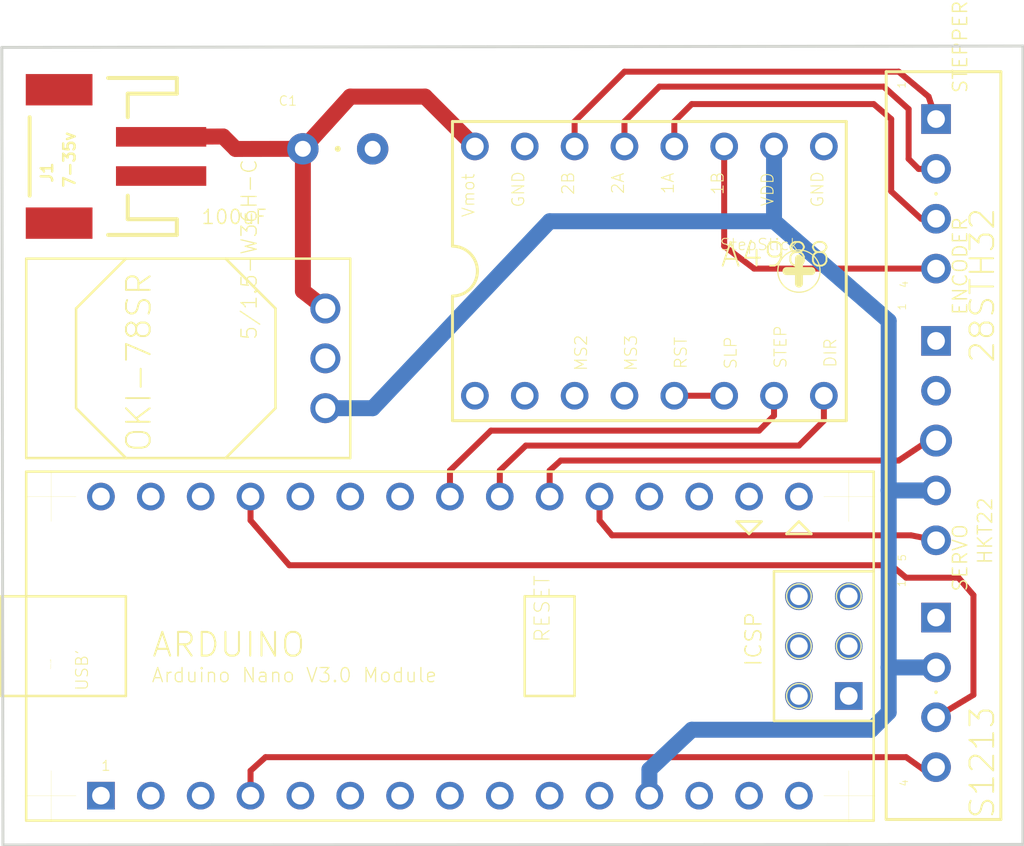
<source format=kicad_pcb>
(kicad_pcb (version 20170123) (host pcbnew "(2017-01-27 revision d0c46a8)-master")

  (general
    (links 25)
    (no_connects 7)
    (area 122.4154 84.576038 174.586799 125.431162)
    (thickness 1.6)
    (drawings 8)
    (tracks 80)
    (zones 0)
    (modules 8)
    (nets 16)
  )

  (page A4)
  (layers
    (0 Top signal)
    (31 Bottom signal)
    (32 B.Adhes user)
    (33 F.Adhes user)
    (34 B.Paste user)
    (35 F.Paste user)
    (36 B.SilkS user)
    (37 F.SilkS user)
    (38 B.Mask user)
    (39 F.Mask user)
    (40 Dwgs.User user)
    (41 Cmts.User user)
    (42 Eco1.User user)
    (43 Eco2.User user)
    (44 Edge.Cuts user)
    (45 Margin user)
    (46 B.CrtYd user)
    (47 F.CrtYd user)
    (48 B.Fab user)
    (49 F.Fab user)
  )

  (setup
    (last_trace_width 0.25)
    (trace_clearance 0.2)
    (zone_clearance 0.508)
    (zone_45_only no)
    (trace_min 0.2)
    (segment_width 0.2)
    (edge_width 0.15)
    (via_size 0.8)
    (via_drill 0.4)
    (via_min_size 0.4)
    (via_min_drill 0.3)
    (uvia_size 0.3)
    (uvia_drill 0.1)
    (uvias_allowed no)
    (uvia_min_size 0.2)
    (uvia_min_drill 0.1)
    (pcb_text_width 0.3)
    (pcb_text_size 1.5 1.5)
    (mod_edge_width 0.15)
    (mod_text_size 1 1)
    (mod_text_width 0.15)
    (pad_size 1.524 1.524)
    (pad_drill 0.762)
    (pad_to_mask_clearance 0.2)
    (aux_axis_origin 0 0)
    (visible_elements FFFFEF7F)
    (pcbplotparams
      (layerselection 0x00030_ffffffff)
      (usegerberextensions false)
      (excludeedgelayer true)
      (linewidth 0.100000)
      (plotframeref false)
      (viasonmask false)
      (mode 1)
      (useauxorigin false)
      (hpglpennumber 1)
      (hpglpenspeed 20)
      (hpglpendiameter 15)
      (psnegative false)
      (psa4output false)
      (plotreference true)
      (plotvalue true)
      (plotinvisibletext false)
      (padsonsilk false)
      (subtractmaskfromsilk false)
      (outputformat 1)
      (mirror false)
      (drillshape 1)
      (scaleselection 1)
      (outputdirectory ""))
  )

  (net 0 "")
  (net 1 2B_BLU)
  (net 2 1B_GRN)
  (net 3 GND)
  (net 4 2A_RED)
  (net 5 1A_BLK)
  (net 6 D9_SERVO)
  (net 7 D2_CH_A_WHITE)
  (net 8 D3_CH_B_BROWN)
  (net 9 VIN)
  (net 10 FEEDBACK)
  (net 11 +5V)
  (net 12 VCC)
  (net 13 N$2)
  (net 14 N$3)
  (net 15 N$1)

  (net_class Default "This is the default net class."
    (clearance 0.2)
    (trace_width 0.25)
    (via_dia 0.8)
    (via_drill 0.4)
    (uvia_dia 0.3)
    (uvia_drill 0.1)
    (add_net +5V)
    (add_net 1A_BLK)
    (add_net 1B_GRN)
    (add_net 2A_RED)
    (add_net 2B_BLU)
    (add_net D2_CH_A_WHITE)
    (add_net D3_CH_B_BROWN)
    (add_net D9_SERVO)
    (add_net FEEDBACK)
    (add_net GND)
    (add_net N$1)
    (add_net N$2)
    (add_net N$3)
    (add_net VCC)
    (add_net VIN)
  )

  (module ComboBreaker:A4988BREAKOUT (layer Top) (tedit 200000) (tstamp 58C5E6ED)
    (at 156.751798 96.117942 90)
    (fp_text reference A4988 (at 0.127 2.286) (layer F.SilkS)
      (effects (font (size 1.2065 1.2065) (thickness 0.09652)) (justify left bottom))
    )
    (fp_text value StepStick (at 1.016 2.286) (layer F.SilkS)
      (effects (font (size 0.57912 0.57912) (thickness 0.046329)) (justify left bottom))
    )
    (fp_text user SLP (at -4.1656 2.8702 90) (layer F.SilkS)
      (effects (font (size 0.6096 0.6096) (thickness 0.0508)))
    )
    (fp_text user GND (at 4.1656 7.2898 270) (layer F.SilkS)
      (effects (font (size 0.6096 0.6096) (thickness 0.0508)))
    )
    (fp_text user VDD (at 4.1656 4.7498 270) (layer F.SilkS)
      (effects (font (size 0.6096 0.6096) (thickness 0.0508)))
    )
    (fp_text user 1B (at 4.4704 2.20726 270) (layer F.SilkS)
      (effects (font (size 0.6096 0.6096) (thickness 0.0508)))
    )
    (fp_text user 1A (at 4.4704 -0.3302 270) (layer F.SilkS)
      (effects (font (size 0.6096 0.6096) (thickness 0.0508)))
    )
    (fp_text user 2A (at 4.4704 -2.8702 270) (layer F.SilkS)
      (effects (font (size 0.6096 0.6096) (thickness 0.0508)))
    )
    (fp_text user 2B (at 4.4704 -5.4102 270) (layer F.SilkS)
      (effects (font (size 0.6096 0.6096) (thickness 0.0508)))
    )
    (fp_text user GND (at 4.1656 -7.9502 270) (layer F.SilkS)
      (effects (font (size 0.6096 0.6096) (thickness 0.0508)))
    )
    (fp_text user Vmot (at 3.8608 -10.4902 270) (layer F.SilkS)
      (effects (font (size 0.6096 0.6096) (thickness 0.0508)))
    )
    (fp_text user DIR (at -4.1656 7.9502 90) (layer F.SilkS)
      (effects (font (size 0.6096 0.6096) (thickness 0.0508)))
    )
    (fp_text user STEP (at -3.8608 5.4102 90) (layer F.SilkS)
      (effects (font (size 0.6096 0.6096) (thickness 0.0508)))
    )
    (fp_text user RST (at -4.1656 0.3302 90) (layer F.SilkS)
      (effects (font (size 0.6096 0.6096) (thickness 0.0508)))
    )
    (fp_text user MS3 (at -4.1656 -2.20726 90) (layer F.SilkS)
      (effects (font (size 0.6096 0.6096) (thickness 0.0508)))
    )
    (fp_text user MS2 (at -4.1656 -4.7498 90) (layer F.SilkS)
      (effects (font (size 0.6096 0.6096) (thickness 0.0508)))
    )
    (fp_arc (start 0 -11.303) (end 1.27 -11.303) (angle 180) (layer F.SilkS) (width 0.1524))
    (fp_circle (center 0 6.35) (end -0.762 7.112) (layer F.SilkS) (width 0.0635))
    (fp_line (start -0.635 6.35) (end 0.635 6.35) (layer F.SilkS) (width 0.4064))
    (fp_line (start 0 5.715) (end 0 6.985) (layer F.SilkS) (width 0.4064))
    (fp_line (start -7.62 -11.303) (end -7.62 8.76046) (layer F.SilkS) (width 0.1524))
    (fp_line (start 7.62 -11.303) (end 7.62 8.76046) (layer F.SilkS) (width 0.1524))
    (fp_line (start 7.62 -11.303) (end 1.27 -11.303) (layer F.SilkS) (width 0.1524))
    (fp_line (start -7.62 8.76046) (end 7.62 8.76046) (layer F.SilkS) (width 0.1524))
    (fp_line (start -1.27 -11.303) (end -7.62 -11.303) (layer F.SilkS) (width 0.1524))
    (pad VMOT thru_hole circle (at 6.35 -10.16 90) (size 1.40716 1.40716) (drill 0.89916) (layers *.Cu *.Paste *.Mask)
      (net 12 VCC))
    (pad VDD thru_hole circle (at 6.35 5.08 90) (size 1.40716 1.40716) (drill 0.89916) (layers *.Cu *.Paste *.Mask)
      (net 11 +5V))
    (pad STEP thru_hole circle (at -6.35 5.08 90) (size 1.40716 1.40716) (drill 0.89916) (layers *.Cu *.Paste *.Mask)
      (net 14 N$3))
    (pad SLP thru_hole circle (at -6.35 2.54 90) (size 1.40716 1.40716) (drill 0.89916) (layers *.Cu *.Paste *.Mask)
      (net 15 N$1))
    (pad RST thru_hole circle (at -6.35 0 90) (size 1.40716 1.40716) (drill 0.89916) (layers *.Cu *.Paste *.Mask)
      (net 15 N$1))
    (pad MS3 thru_hole circle (at -6.35 -2.54 90) (size 1.40716 1.40716) (drill 0.89916) (layers *.Cu *.Paste *.Mask))
    (pad MS2 thru_hole circle (at -6.35 -5.08 90) (size 1.40716 1.40716) (drill 0.89916) (layers *.Cu *.Paste *.Mask))
    (pad MS1 thru_hole circle (at -6.35 -7.62 90) (size 1.40716 1.40716) (drill 0.89916) (layers *.Cu *.Paste *.Mask))
    (pad GND@ thru_hole circle (at 6.35 -7.62 90) (size 1.40716 1.40716) (drill 0.89916) (layers *.Cu *.Paste *.Mask))
    (pad GND thru_hole circle (at 6.35 7.62 90) (size 1.40716 1.40716) (drill 0.89916) (layers *.Cu *.Paste *.Mask)
      (net 3 GND))
    (pad EN thru_hole circle (at -6.35 -10.16 90) (size 1.40716 1.40716) (drill 0.89916) (layers *.Cu *.Paste *.Mask))
    (pad DIR thru_hole circle (at -6.35 7.62 90) (size 1.40716 1.40716) (drill 0.89916) (layers *.Cu *.Paste *.Mask)
      (net 13 N$2))
    (pad 2B thru_hole circle (at 6.35 -5.08 90) (size 1.40716 1.40716) (drill 0.89916) (layers *.Cu *.Paste *.Mask)
      (net 1 2B_BLU))
    (pad 2A thru_hole circle (at 6.35 -2.54 90) (size 1.40716 1.40716) (drill 0.89916) (layers *.Cu *.Paste *.Mask)
      (net 4 2A_RED))
    (pad 1B thru_hole circle (at 6.35 2.54 90) (size 1.40716 1.40716) (drill 0.89916) (layers *.Cu *.Paste *.Mask)
      (net 5 1A_BLK))
    (pad 1A thru_hole circle (at 6.35 0 90) (size 1.40716 1.40716) (drill 0.89916) (layers *.Cu *.Paste *.Mask)
      (net 2 1B_GRN))
  )

  (module ComboBreaker:OKI-78SRH (layer Top) (tedit 58C5F0BB) (tstamp 58C5E6CB)
    (at 128.811798 100.562942 90)
    (descr OKI-78SR-3.3/1.5W36H)
    (tags OKI-78SR-3.3/1.5W36H)
    (attr virtual)
    (fp_text reference OKI-78SR (at -4.847058 1.363202 90) (layer F.SilkS)
      (effects (font (size 1.2065 1.2065) (thickness 0.09652)) (justify left bottom))
    )
    (fp_text value 5/1.5-W36H-C (at 0.889 6.731 90) (layer F.SilkS)
      (effects (font (size 0.77216 0.77216) (thickness 0.061772)) (justify left bottom))
    )
    (fp_line (start -2.54 7.62) (end -5.08 5.08) (layer Dwgs.User) (width 0.127))
    (fp_line (start 2.54 7.62) (end -2.54 7.62) (layer Dwgs.User) (width 0.127))
    (fp_line (start 5.08 5.08) (end 2.54 7.62) (layer Dwgs.User) (width 0.127))
    (fp_line (start 2.54 -2.54) (end 5.08 0) (layer Dwgs.User) (width 0.127))
    (fp_line (start -2.54 -2.54) (end 2.54 -2.54) (layer Dwgs.User) (width 0.127))
    (fp_line (start -5.08 0) (end -2.54 -2.54) (layer Dwgs.User) (width 0.127))
    (fp_line (start -5.08 5.08) (end -5.08 11.43) (layer Dwgs.User) (width 0.127))
    (fp_line (start -5.08 0) (end -5.08 5.08) (layer Dwgs.User) (width 0.127))
    (fp_line (start -5.08 -5.08) (end -5.08 0) (layer Dwgs.User) (width 0.127))
    (fp_line (start 5.08 -5.08) (end -5.08 -5.08) (layer Dwgs.User) (width 0.127))
    (fp_line (start 5.08 0) (end 5.08 -5.08) (layer Dwgs.User) (width 0.127))
    (fp_line (start 5.08 5.08) (end 5.08 0) (layer Dwgs.User) (width 0.127))
    (fp_line (start 5.08 11.43) (end 5.08 5.08) (layer Dwgs.User) (width 0.127))
    (fp_line (start -5.08 11.43) (end 5.08 11.43) (layer Dwgs.User) (width 0.127))
    (fp_line (start -5.08 5.08) (end -5.08 0) (layer F.SilkS) (width 0.127))
    (fp_line (start -2.54 7.62) (end -5.08 5.08) (layer F.SilkS) (width 0.127))
    (fp_line (start 2.54 7.62) (end -2.54 7.62) (layer F.SilkS) (width 0.127))
    (fp_line (start 5.08 5.08) (end 2.54 7.62) (layer F.SilkS) (width 0.127))
    (fp_line (start 2.54 -2.54) (end 5.08 0) (layer F.SilkS) (width 0.127))
    (fp_line (start -2.54 -2.54) (end 2.54 -2.54) (layer F.SilkS) (width 0.127))
    (fp_line (start -5.08 0) (end -2.54 -2.54) (layer F.SilkS) (width 0.127))
    (fp_line (start 5.08 5.08) (end 5.08 11.43) (layer F.SilkS) (width 0.127))
    (fp_line (start 5.08 0) (end 5.08 5.08) (layer F.SilkS) (width 0.127))
    (fp_line (start 5.08 -5.08) (end 5.08 0) (layer F.SilkS) (width 0.127))
    (fp_line (start -5.08 -5.08) (end 5.08 -5.08) (layer F.SilkS) (width 0.127))
    (fp_line (start -5.08 0) (end -5.08 -5.08) (layer F.SilkS) (width 0.127))
    (fp_line (start -5.08 11.43) (end -5.08 5.08) (layer F.SilkS) (width 0.127))
    (fp_line (start 5.08 11.43) (end -5.08 11.43) (layer F.SilkS) (width 0.127))
    (pad 3 thru_hole circle (at -2.54 10.16 90) (size 1.524 1.524) (drill 1.016) (layers *.Cu *.Paste *.Mask)
      (net 11 +5V))
    (pad 2 thru_hole circle (at 0 10.16 90) (size 1.524 1.524) (drill 1.016) (layers *.Cu *.Paste *.Mask)
      (net 3 GND))
    (pad 1 thru_hole circle (at 2.54 10.16 90) (size 1.524 1.524) (drill 1.016) (layers *.Cu *.Paste *.Mask)
      (net 12 VCC))
  )

  (module ComboBreaker:ARDUINO_NANO (layer Top) (tedit 200000) (tstamp 58C5E667)
    (at 141.509514 115.22527)
    (descr "ARDUINO NANO V3.0 MODULE")
    (tags "ARDUINO NANO V3.0 MODULE")
    (attr virtual)
    (fp_text reference ARDUINO (at -11.43 0.635) (layer F.SilkS)
      (effects (font (size 1.2065 1.2065) (thickness 0.1016)) (justify left bottom))
    )
    (fp_text value "Arduino Nano V3.0 Module" (at -11.43 1.905) (layer F.SilkS)
      (effects (font (size 0.7239 0.7239) (thickness 0.06096)) (justify left bottom))
    )
    (fp_text user "Thanks you!!!'" (at -16.5354 0.9144 90) (layer F.SilkS)
      (effects (font (size 0.0508 0.0508) (thickness 0.000001)))
    )
    (fp_text user ICSP (at 19.2786 -0.3556 90) (layer F.SilkS)
      (effects (font (size 0.8128 0.8128) (thickness 0.0762)))
    )
    (fp_text user USB' (at -14.9352 1.2192 270) (layer F.SilkS)
      (effects (font (size 0.6096 0.6096) (thickness 0.0508)))
    )
    (fp_text user 1 (at -13.716 6.096) (layer F.SilkS)
      (effects (font (size 0.508 0.508) (thickness 0.0508)))
    )
    (fp_text user RESET (at 8.509 -1.905 90) (layer F.SilkS)
      (effects (font (size 0.762 0.762) (thickness 0.0508)))
    )
    (fp_circle (center 24.13 -2.54) (end 24.5745 -2.9845) (layer F.SilkS) (width 0.0635))
    (fp_circle (center 21.59 2.54) (end 22.0345 2.9845) (layer F.SilkS) (width 0.0635))
    (fp_circle (center 21.59 0) (end 22.0345 0.4445) (layer F.SilkS) (width 0.0635))
    (fp_circle (center 24.13 0) (end 24.5745 0.4445) (layer F.SilkS) (width 0.0635))
    (fp_circle (center 21.59 -2.54) (end 22.0345 -2.9845) (layer F.SilkS) (width 0.0635))
    (fp_line (start 18.415 -6.35) (end 19.05 -5.715) (layer F.SilkS) (width 0.127))
    (fp_line (start 19.685 -6.35) (end 18.415 -6.35) (layer F.SilkS) (width 0.127))
    (fp_line (start 19.05 -5.715) (end 19.685 -6.35) (layer F.SilkS) (width 0.127))
    (fp_line (start 22.225 -5.715) (end 21.59 -6.35) (layer F.SilkS) (width 0.127))
    (fp_line (start 20.955 -5.715) (end 22.225 -5.715) (layer F.SilkS) (width 0.127))
    (fp_line (start 21.59 -6.35) (end 20.955 -5.715) (layer F.SilkS) (width 0.127))
    (fp_line (start 7.62 -2.54) (end 7.62 2.54) (layer F.SilkS) (width 0.127))
    (fp_line (start 10.16 -2.54) (end 7.62 -2.54) (layer F.SilkS) (width 0.127))
    (fp_line (start 10.16 2.54) (end 10.16 -2.54) (layer F.SilkS) (width 0.127))
    (fp_line (start 7.62 2.54) (end 10.16 2.54) (layer F.SilkS) (width 0.127))
    (fp_line (start 22.86 -7.62) (end 25.4 -7.62) (layer F.SilkS) (width 0.01524))
    (fp_line (start 24.13 -6.35) (end 24.13 -8.89) (layer F.SilkS) (width 0.01524))
    (fp_line (start 22.86 7.62) (end 25.4 7.62) (layer F.SilkS) (width 0.01524))
    (fp_line (start 24.13 8.89) (end 24.13 6.35) (layer F.SilkS) (width 0.01524))
    (fp_line (start -16.51 6.35) (end -16.51 8.89) (layer F.SilkS) (width 0.01524))
    (fp_line (start -17.78 7.62) (end -15.24 7.62) (layer F.SilkS) (width 0.01524))
    (fp_line (start -16.51 -8.89) (end -16.51 -6.35) (layer F.SilkS) (width 0.01524))
    (fp_line (start -17.78 -7.62) (end -15.24 -7.62) (layer F.SilkS) (width 0.01524))
    (fp_line (start 20.32 3.81) (end 25.4 3.81) (layer F.SilkS) (width 0.127))
    (fp_line (start 20.32 -3.81) (end 20.32 3.81) (layer F.SilkS) (width 0.127))
    (fp_line (start 25.4 -3.81) (end 20.32 -3.81) (layer F.SilkS) (width 0.127))
    (fp_line (start -12.7 2.54) (end -19.05 2.54) (layer F.SilkS) (width 0.127))
    (fp_line (start -12.7 -2.54) (end -17.78 -2.54) (layer F.SilkS) (width 0.127))
    (fp_line (start -12.7 2.54) (end -12.7 -2.54) (layer F.SilkS) (width 0.127))
    (fp_line (start -19.05 -2.54) (end -19.05 2.54) (layer F.SilkS) (width 0.127))
    (fp_line (start -17.78 -2.54) (end -19.05 -2.54) (layer F.SilkS) (width 0.127))
    (fp_line (start -17.78 -7.62) (end -17.78 -8.89) (layer F.SilkS) (width 0.127))
    (fp_line (start -17.78 -2.54) (end -17.78 -7.62) (layer F.SilkS) (width 0.127))
    (fp_line (start -17.78 7.62) (end -17.78 -2.54) (layer F.SilkS) (width 0.127))
    (fp_line (start -17.78 8.89) (end -17.78 7.62) (layer F.SilkS) (width 0.127))
    (fp_line (start -16.51 8.89) (end -17.78 8.89) (layer F.SilkS) (width 0.127))
    (fp_line (start 24.13 8.89) (end -16.51 8.89) (layer F.SilkS) (width 0.127))
    (fp_line (start 25.4 8.89) (end 24.13 8.89) (layer F.SilkS) (width 0.127))
    (fp_line (start 25.4 7.62) (end 25.4 8.89) (layer F.SilkS) (width 0.127))
    (fp_line (start 25.4 3.81) (end 25.4 7.62) (layer F.SilkS) (width 0.127))
    (fp_line (start 25.4 -3.81) (end 25.4 3.81) (layer F.SilkS) (width 0.127))
    (fp_line (start 25.4 -7.62) (end 25.4 -3.81) (layer F.SilkS) (width 0.127))
    (fp_line (start 25.4 -8.89) (end 25.4 -7.62) (layer F.SilkS) (width 0.127))
    (fp_line (start 24.13 -8.89) (end 25.4 -8.89) (layer F.SilkS) (width 0.127))
    (fp_line (start -16.51 -8.89) (end 24.13 -8.89) (layer F.SilkS) (width 0.127))
    (fp_line (start -17.78 -8.89) (end -16.51 -8.89) (layer F.SilkS) (width 0.127))
    (pad 36 thru_hole rect (at 24.13 2.54) (size 1.40716 1.40716) (drill 0.89916) (layers *.Cu *.Paste *.Mask))
    (pad 35 thru_hole circle (at 24.13 0) (size 1.40716 1.40716) (drill 0.89916) (layers *.Cu *.Paste *.Mask))
    (pad 34 thru_hole circle (at 24.13 -2.54) (size 1.40716 1.40716) (drill 0.89916) (layers *.Cu *.Paste *.Mask))
    (pad 33 thru_hole circle (at 21.59 -2.54) (size 1.40716 1.40716) (drill 0.89916) (layers *.Cu *.Paste *.Mask))
    (pad 32 thru_hole circle (at 21.59 0) (size 1.40716 1.40716) (drill 0.89916) (layers *.Cu *.Paste *.Mask))
    (pad 31 thru_hole circle (at 21.59 2.54) (size 1.40716 1.40716) (drill 0.89916) (layers *.Cu *.Paste *.Mask))
    (pad 30 thru_hole circle (at -13.97 -7.62) (size 1.40716 1.40716) (drill 0.89916) (layers *.Cu *.Paste *.Mask))
    (pad 29 thru_hole circle (at -11.43 -7.62) (size 1.40716 1.40716) (drill 0.89916) (layers *.Cu *.Paste *.Mask))
    (pad 28 thru_hole circle (at -8.89 -7.62) (size 1.40716 1.40716) (drill 0.89916) (layers *.Cu *.Paste *.Mask))
    (pad 27 thru_hole circle (at -6.35 -7.62) (size 1.40716 1.40716) (drill 0.89916) (layers *.Cu *.Paste *.Mask)
      (net 6 D9_SERVO))
    (pad 26 thru_hole circle (at -3.81 -7.62) (size 1.40716 1.40716) (drill 0.89916) (layers *.Cu *.Paste *.Mask))
    (pad 25 thru_hole circle (at -1.27 -7.62) (size 1.40716 1.40716) (drill 0.89916) (layers *.Cu *.Paste *.Mask))
    (pad 24 thru_hole circle (at 1.27 -7.62) (size 1.40716 1.40716) (drill 0.89916) (layers *.Cu *.Paste *.Mask))
    (pad 23 thru_hole circle (at 3.81 -7.62) (size 1.40716 1.40716) (drill 0.89916) (layers *.Cu *.Paste *.Mask)
      (net 14 N$3))
    (pad 22 thru_hole circle (at 6.35 -7.62) (size 1.40716 1.40716) (drill 0.89916) (layers *.Cu *.Paste *.Mask)
      (net 13 N$2))
    (pad 21 thru_hole circle (at 8.89 -7.62) (size 1.40716 1.40716) (drill 0.89916) (layers *.Cu *.Paste *.Mask)
      (net 8 D3_CH_B_BROWN))
    (pad 20 thru_hole circle (at 11.43 -7.62) (size 1.40716 1.40716) (drill 0.89916) (layers *.Cu *.Paste *.Mask)
      (net 7 D2_CH_A_WHITE))
    (pad 19 thru_hole circle (at 13.97 -7.62) (size 1.40716 1.40716) (drill 0.89916) (layers *.Cu *.Paste *.Mask)
      (net 3 GND))
    (pad 18 thru_hole circle (at 16.51 -7.62) (size 1.40716 1.40716) (drill 0.89916) (layers *.Cu *.Paste *.Mask))
    (pad 17 thru_hole circle (at 19.05 -7.62) (size 1.40716 1.40716) (drill 0.89916) (layers *.Cu *.Paste *.Mask))
    (pad 16 thru_hole circle (at 21.59 -7.62) (size 1.40716 1.40716) (drill 0.89916) (layers *.Cu *.Paste *.Mask))
    (pad 15 thru_hole circle (at 21.59 7.62) (size 1.40716 1.40716) (drill 0.89916) (layers *.Cu *.Paste *.Mask)
      (net 9 VIN))
    (pad 14 thru_hole circle (at 19.05 7.62) (size 1.40716 1.40716) (drill 0.89916) (layers *.Cu *.Paste *.Mask)
      (net 3 GND))
    (pad 13 thru_hole circle (at 16.51 7.62) (size 1.40716 1.40716) (drill 0.89916) (layers *.Cu *.Paste *.Mask))
    (pad 12 thru_hole circle (at 13.97 7.62) (size 1.40716 1.40716) (drill 0.89916) (layers *.Cu *.Paste *.Mask)
      (net 11 +5V))
    (pad 11 thru_hole circle (at 11.43 7.62) (size 1.40716 1.40716) (drill 0.89916) (layers *.Cu *.Paste *.Mask))
    (pad 10 thru_hole circle (at 8.89 7.62) (size 1.40716 1.40716) (drill 0.89916) (layers *.Cu *.Paste *.Mask))
    (pad 9 thru_hole circle (at 6.35 7.62) (size 1.40716 1.40716) (drill 0.89916) (layers *.Cu *.Paste *.Mask))
    (pad 8 thru_hole circle (at 3.81 7.62) (size 1.40716 1.40716) (drill 0.89916) (layers *.Cu *.Paste *.Mask))
    (pad 7 thru_hole circle (at 1.27 7.62) (size 1.40716 1.40716) (drill 0.89916) (layers *.Cu *.Paste *.Mask))
    (pad 6 thru_hole circle (at -1.27 7.62) (size 1.40716 1.40716) (drill 0.89916) (layers *.Cu *.Paste *.Mask))
    (pad 5 thru_hole circle (at -3.81 7.62) (size 1.40716 1.40716) (drill 0.89916) (layers *.Cu *.Paste *.Mask))
    (pad 4 thru_hole circle (at -6.35 7.62) (size 1.40716 1.40716) (drill 0.89916) (layers *.Cu *.Paste *.Mask)
      (net 10 FEEDBACK))
    (pad 3 thru_hole circle (at -8.89 7.62) (size 1.40716 1.40716) (drill 0.89916) (layers *.Cu *.Paste *.Mask))
    (pad 2 thru_hole circle (at -11.43 7.62) (size 1.40716 1.40716) (drill 0.89916) (layers *.Cu *.Paste *.Mask))
    (pad 1 thru_hole rect (at -13.97 7.62) (size 1.40716 1.40716) (drill 0.89916) (layers *.Cu *.Paste *.Mask))
  )

  (module ComboBreaker:JST-2-SMD (layer Top) (tedit 200000) (tstamp 58C5E719)
    (at 126.906798 90.275942 90)
    (descr "JST-RIGHT ANGLE MALE HEADER SMT")
    (tags "JST-RIGHT ANGLE MALE HEADER SMT")
    (attr smd)
    (fp_text reference J1 (at -1.397 -1.778 90) (layer F.SilkS)
      (effects (font (size 0.57912 0.57912) (thickness 0.12192)) (justify left bottom))
    )
    (fp_text value 7-35v (at -1.651 -0.635 90) (layer F.SilkS)
      (effects (font (size 0.57912 0.57912) (thickness 0.12192)) (justify left bottom))
    )
    (fp_line (start 1.99898 -2.99974) (end -1.99898 -2.99974) (layer F.SilkS) (width 0.2032))
    (fp_line (start 3.99796 4.49834) (end 3.99796 0.99822) (layer F.SilkS) (width 0.2032))
    (fp_line (start 3.19786 4.49834) (end 3.99796 4.49834) (layer F.SilkS) (width 0.2032))
    (fp_line (start 3.19786 1.99898) (end 3.19786 4.49834) (layer F.SilkS) (width 0.2032))
    (fp_line (start 1.99898 1.99898) (end 3.19786 1.99898) (layer F.SilkS) (width 0.2032))
    (fp_line (start -3.19786 1.99898) (end -1.99898 1.99898) (layer F.SilkS) (width 0.2032))
    (fp_line (start -3.19786 4.49834) (end -3.19786 1.99898) (layer F.SilkS) (width 0.2032))
    (fp_line (start -3.99796 4.49834) (end -3.19786 4.49834) (layer F.SilkS) (width 0.2032))
    (fp_line (start -3.99796 0.99822) (end -3.99796 4.49834) (layer F.SilkS) (width 0.2032))
    (pad NC2 smd rect (at 3.39852 -1.4986 180) (size 3.39852 1.59766) (layers Top F.Paste F.Mask))
    (pad NC1 smd rect (at -3.39852 -1.4986 180) (size 3.39852 1.59766) (layers Top F.Paste F.Mask))
    (pad 2 smd rect (at 0.99822 3.69824 90) (size 0.99822 4.59994) (layers Top F.Paste F.Mask)
      (net 12 VCC))
    (pad 1 smd rect (at -0.99822 3.69824 90) (size 0.99822 4.59994) (layers Top F.Paste F.Mask)
      (net 3 GND))
  )

  (module MA04-1 (layer Top) (tedit 0) (tstamp 58C5E5EA)
    (at 170.086798 117.580942 270)
    (descr "<b>PIN HEADER</b>")
    (fp_text reference SERVO (at -5.08 -1.651 90) (layer F.SilkS)
      (effects (font (size 0.7239 0.7239) (thickness 0.07239)) (justify left bottom))
    )
    (fp_text value S1213 (at 0.635 -1.651 90) (layer F.SilkS)
      (effects (font (size 1.2065 1.2065) (thickness 0.09652)) (justify right top))
    )
    (fp_poly (pts (xy 3.556 0.254) (xy 4.064 0.254) (xy 4.064 -0.254) (xy 3.556 -0.254)) (layer F.Fab) (width 0))
    (fp_poly (pts (xy 1.016 0.254) (xy 1.524 0.254) (xy 1.524 -0.254) (xy 1.016 -0.254)) (layer F.Fab) (width 0))
    (fp_poly (pts (xy -4.064 0.254) (xy -3.556 0.254) (xy -3.556 -0.254) (xy -4.064 -0.254)) (layer F.Fab) (width 0))
    (fp_poly (pts (xy -1.524 0.254) (xy -1.016 0.254) (xy -1.016 -0.254) (xy -1.524 -0.254)) (layer F.Fab) (width 0))
    (fp_text user 4 (at 4.826 1.397 270) (layer F.SilkS)
      (effects (font (size 0.38608 0.38608) (thickness 0.04064)) (justify left bottom))
    )
    (fp_text user 1 (at -5.334 1.524 270) (layer F.SilkS)
      (effects (font (size 0.38608 0.38608) (thickness 0.04064)) (justify left bottom))
    )
    (fp_line (start 0 0) (end 0 0) (layer F.SilkS) (width 0.1524))
    (fp_line (start 0 0) (end 0 0) (layer F.SilkS) (width 0.1524))
    (fp_line (start 0 0) (end 0 0) (layer F.SilkS) (width 0.1524))
    (fp_line (start 0 0) (end 0 0) (layer F.SilkS) (width 0.1524))
    (fp_line (start 0 0) (end 0 0) (layer F.SilkS) (width 0.1524))
    (fp_line (start 0 0) (end 0 0) (layer F.SilkS) (width 0.1524))
    (fp_line (start 0 0) (end 0 0) (layer F.SilkS) (width 0.1524))
    (fp_line (start 0 0) (end 0 0) (layer F.SilkS) (width 0.1524))
    (fp_line (start 0 0) (end 0 0) (layer F.SilkS) (width 0.1524))
    (fp_line (start 0 0) (end 0 0) (layer F.SilkS) (width 0.1524))
    (fp_line (start 0 0) (end 0 0) (layer F.SilkS) (width 0.1524))
    (fp_line (start 0 0) (end 0 0) (layer F.SilkS) (width 0.1524))
    (fp_line (start 0 0) (end 0 0) (layer F.SilkS) (width 0.1524))
    (fp_line (start 0 0) (end 0 0) (layer F.SilkS) (width 0.1524))
    (fp_line (start 0 0) (end 0 0) (layer F.SilkS) (width 0.1524))
    (fp_line (start 0 0) (end 0 0) (layer F.SilkS) (width 0.1524))
    (fp_line (start 0 0) (end 0 0) (layer F.SilkS) (width 0.1524))
    (fp_line (start 0 0) (end 0 0) (layer F.SilkS) (width 0.1524))
    (fp_line (start 0 0) (end 0 0) (layer F.SilkS) (width 0.1524))
    (fp_line (start 0 0) (end 0 0) (layer F.SilkS) (width 0.1524))
    (fp_line (start 0 0) (end 0 0) (layer F.SilkS) (width 0.1524))
    (fp_line (start 0 0) (end 0 0) (layer F.SilkS) (width 0.1524))
    (fp_line (start 0 0) (end 0 0) (layer F.SilkS) (width 0.1524))
    (fp_line (start 0 0) (end 0 0) (layer F.SilkS) (width 0.1524))
    (fp_line (start 0 0) (end 0 0) (layer F.SilkS) (width 0.1524))
    (fp_line (start 0 0) (end 0 0) (layer F.SilkS) (width 0.1524))
    (pad 4 thru_hole circle (at 3.81 0) (size 1.5096 1.5096) (drill 0.9) (layers *.Cu *.Mask)
      (net 10 FEEDBACK))
    (pad 3 thru_hole circle (at 1.27 0) (size 1.5096 1.5096) (drill 0.9) (layers *.Cu *.Mask)
      (net 6 D9_SERVO))
    (pad 2 thru_hole circle (at -1.27 0) (size 1.5096 1.5096) (drill 0.9) (layers *.Cu *.Mask)
      (net 11 +5V))
    (pad 1 thru_hole rect (at -3.81 0) (size 1.5096 1.5096) (drill 0.9) (layers *.Cu *.Mask)
      (net 3 GND))
  )

  (module MA04-1 (layer Top) (tedit 0) (tstamp 58C5E611)
    (at 170.086798 92.180942 270)
    (descr "<b>PIN HEADER</b>")
    (fp_text reference STEPPER (at -5.08 -1.651 90) (layer F.SilkS)
      (effects (font (size 0.7239 0.7239) (thickness 0.07239)) (justify left bottom))
    )
    (fp_text value 28STH32 (at 0.635 -1.651 90) (layer F.SilkS)
      (effects (font (size 1.2065 1.2065) (thickness 0.09652)) (justify right top))
    )
    (fp_poly (pts (xy 3.556 0.254) (xy 4.064 0.254) (xy 4.064 -0.254) (xy 3.556 -0.254)) (layer F.Fab) (width 0))
    (fp_poly (pts (xy 1.016 0.254) (xy 1.524 0.254) (xy 1.524 -0.254) (xy 1.016 -0.254)) (layer F.Fab) (width 0))
    (fp_poly (pts (xy -4.064 0.254) (xy -3.556 0.254) (xy -3.556 -0.254) (xy -4.064 -0.254)) (layer F.Fab) (width 0))
    (fp_poly (pts (xy -1.524 0.254) (xy -1.016 0.254) (xy -1.016 -0.254) (xy -1.524 -0.254)) (layer F.Fab) (width 0))
    (fp_text user 4 (at 4.826 1.397 270) (layer F.SilkS)
      (effects (font (size 0.38608 0.38608) (thickness 0.04064)) (justify left bottom))
    )
    (fp_text user 1 (at -5.334 1.524 270) (layer F.SilkS)
      (effects (font (size 0.38608 0.38608) (thickness 0.04064)) (justify left bottom))
    )
    (fp_line (start 0 0) (end 0 0) (layer F.SilkS) (width 0.1524))
    (fp_line (start 0 0) (end 0 0) (layer F.SilkS) (width 0.1524))
    (fp_line (start 0 0) (end 0 0) (layer F.SilkS) (width 0.1524))
    (fp_line (start 0 0) (end 0 0) (layer F.SilkS) (width 0.1524))
    (fp_line (start 0 0) (end 0 0) (layer F.SilkS) (width 0.1524))
    (fp_line (start 0 0) (end 0 0) (layer F.SilkS) (width 0.1524))
    (fp_line (start 0 0) (end 0 0) (layer F.SilkS) (width 0.1524))
    (fp_line (start 0 0) (end 0 0) (layer F.SilkS) (width 0.1524))
    (fp_line (start 0 0) (end 0 0) (layer F.SilkS) (width 0.1524))
    (fp_line (start 0 0) (end 0 0) (layer F.SilkS) (width 0.1524))
    (fp_line (start 0 0) (end 0 0) (layer F.SilkS) (width 0.1524))
    (fp_line (start 0 0) (end 0 0) (layer F.SilkS) (width 0.1524))
    (fp_line (start 0 0) (end 0 0) (layer F.SilkS) (width 0.1524))
    (fp_line (start 0 0) (end 0 0) (layer F.SilkS) (width 0.1524))
    (fp_line (start 0 0) (end 0 0) (layer F.SilkS) (width 0.1524))
    (fp_line (start 0 0) (end 0 0) (layer F.SilkS) (width 0.1524))
    (fp_line (start 0 0) (end 0 0) (layer F.SilkS) (width 0.1524))
    (fp_line (start 0 0) (end 0 0) (layer F.SilkS) (width 0.1524))
    (fp_line (start 0 0) (end 0 0) (layer F.SilkS) (width 0.1524))
    (fp_line (start 0 0) (end 0 0) (layer F.SilkS) (width 0.1524))
    (fp_line (start 0 0) (end 0 0) (layer F.SilkS) (width 0.1524))
    (fp_line (start 0 0) (end 0 0) (layer F.SilkS) (width 0.1524))
    (fp_line (start 0 0) (end 0 0) (layer F.SilkS) (width 0.1524))
    (fp_line (start 0 0) (end 0 0) (layer F.SilkS) (width 0.1524))
    (fp_line (start 0 0) (end 0 0) (layer F.SilkS) (width 0.1524))
    (fp_line (start 0 0) (end 0 0) (layer F.SilkS) (width 0.1524))
    (pad 4 thru_hole circle (at 3.81 0) (size 1.5096 1.5096) (drill 0.9) (layers *.Cu *.Mask)
      (net 5 1A_BLK))
    (pad 3 thru_hole circle (at 1.27 0) (size 1.5096 1.5096) (drill 0.9) (layers *.Cu *.Mask)
      (net 2 1B_GRN))
    (pad 2 thru_hole circle (at -1.27 0) (size 1.5096 1.5096) (drill 0.9) (layers *.Cu *.Mask)
      (net 4 2A_RED))
    (pad 1 thru_hole rect (at -3.81 0) (size 1.5096 1.5096) (drill 0.9) (layers *.Cu *.Mask)
      (net 1 2B_BLU))
  )

  (module MA05-1 (layer Top) (tedit 0) (tstamp 58C5E638)
    (at 170.086798 104.753942 270)
    (descr "<b>PIN HEADER</b>")
    (fp_text reference ENCODER (at -6.35 -1.651 90) (layer F.SilkS)
      (effects (font (size 0.7239 0.7239) (thickness 0.07239)) (justify left bottom))
    )
    (fp_text value HKT22 (at 6.35 -2.921 90) (layer F.SilkS)
      (effects (font (size 0.7239 0.7239) (thickness 0.07239)) (justify left bottom))
    )
    (fp_poly (pts (xy 2.286 0.254) (xy 2.794 0.254) (xy 2.794 -0.254) (xy 2.286 -0.254)) (layer F.Fab) (width 0))
    (fp_poly (pts (xy 4.826 0.254) (xy 5.334 0.254) (xy 5.334 -0.254) (xy 4.826 -0.254)) (layer F.Fab) (width 0))
    (fp_poly (pts (xy -0.254 0.254) (xy 0.254 0.254) (xy 0.254 -0.254) (xy -0.254 -0.254)) (layer F.Fab) (width 0))
    (fp_poly (pts (xy -5.334 0.254) (xy -4.826 0.254) (xy -4.826 -0.254) (xy -5.334 -0.254)) (layer F.Fab) (width 0))
    (fp_poly (pts (xy -2.794 0.254) (xy -2.286 0.254) (xy -2.286 -0.254) (xy -2.794 -0.254)) (layer F.Fab) (width 0))
    (fp_text user 5 (at 6.180534 1.502784 270) (layer F.SilkS)
      (effects (font (size 0.38608 0.38608) (thickness 0.04064)) (justify left bottom))
    )
    (fp_text user 1 (at -6.604309 1.504009 270) (layer F.SilkS)
      (effects (font (size 0.38608 0.38608) (thickness 0.04064)) (justify left bottom))
    )
    (fp_line (start 0 0) (end 0 0) (layer F.SilkS) (width 0.1524))
    (fp_line (start 0 0) (end 0 0) (layer F.SilkS) (width 0.1524))
    (fp_line (start 0 0) (end 0 0) (layer F.SilkS) (width 0.1524))
    (fp_line (start 0 0) (end 0 0) (layer F.SilkS) (width 0.1524))
    (fp_line (start 0 0) (end 0 0) (layer F.SilkS) (width 0.1524))
    (fp_line (start 0 0) (end 0 0) (layer F.SilkS) (width 0.1524))
    (fp_line (start 0 0) (end 0 0) (layer F.SilkS) (width 0.1524))
    (fp_line (start 0 0) (end 0 0) (layer F.SilkS) (width 0.1524))
    (fp_line (start 0 0) (end 0 0) (layer F.SilkS) (width 0.1524))
    (fp_line (start 0 0) (end 0 0) (layer F.SilkS) (width 0.1524))
    (fp_line (start 0 0) (end 0 0) (layer F.SilkS) (width 0.1524))
    (fp_line (start 0 0) (end 0 0) (layer F.SilkS) (width 0.1524))
    (fp_line (start 0 0) (end 0 0) (layer F.SilkS) (width 0.1524))
    (fp_line (start 0 0) (end 0 0) (layer F.SilkS) (width 0.1524))
    (fp_line (start 0 0) (end 0 0) (layer F.SilkS) (width 0.1524))
    (fp_line (start 0 0) (end 0 0) (layer F.SilkS) (width 0.1524))
    (fp_line (start 0 0) (end 0 0) (layer F.SilkS) (width 0.1524))
    (fp_line (start 0 0) (end 0 0) (layer F.SilkS) (width 0.1524))
    (fp_line (start 0 0) (end 0 0) (layer F.SilkS) (width 0.1524))
    (fp_line (start 0 0) (end 0 0) (layer F.SilkS) (width 0.1524))
    (fp_line (start 0 0) (end 0 0) (layer F.SilkS) (width 0.1524))
    (fp_line (start 0 0) (end 0 0) (layer F.SilkS) (width 0.1524))
    (fp_line (start 0 0) (end 0 0) (layer F.SilkS) (width 0.1524))
    (fp_line (start 0 0) (end 0 0) (layer F.SilkS) (width 0.1524))
    (fp_line (start 0 0) (end 0 0) (layer F.SilkS) (width 0.1524))
    (fp_line (start 0 0) (end 0 0) (layer F.SilkS) (width 0.1524))
    (fp_line (start 0 0) (end 0 0) (layer F.SilkS) (width 0.1524))
    (fp_line (start 0 0) (end 0 0) (layer F.SilkS) (width 0.1524))
    (fp_line (start 0 0) (end 0 0) (layer F.SilkS) (width 0.1524))
    (fp_line (start 0 0) (end 0 0) (layer F.SilkS) (width 0.1524))
    (fp_line (start 0 0) (end 0 0) (layer F.SilkS) (width 0.1524))
    (fp_line (start 0 0) (end 0 0) (layer F.SilkS) (width 0.1524))
    (pad 5 thru_hole circle (at 5.08 0) (size 1.5096 1.5096) (drill 0.9) (layers *.Cu *.Mask)
      (net 7 D2_CH_A_WHITE))
    (pad 4 thru_hole circle (at 2.54 0) (size 1.5096 1.5096) (drill 0.9) (layers *.Cu *.Mask)
      (net 11 +5V))
    (pad 3 thru_hole circle (at 0 0) (size 1.6256 1.6256) (drill 1.016) (layers *.Cu *.Mask)
      (net 8 D3_CH_B_BROWN))
    (pad 2 thru_hole circle (at -2.54 0) (size 1.5096 1.5096) (drill 0.9) (layers *.Cu *.Mask))
    (pad 1 thru_hole rect (at -5.08 0) (size 1.5096 1.5096) (drill 0.9) (layers *.Cu *.Mask)
      (net 3 GND))
  )

  (module E3,5-8 (layer Top) (tedit 0) (tstamp 58C5E6BB)
    (at 139.604917 89.888842)
    (descr "<b>ELECTROLYTIC CAPACITOR</b><p>\ngrid 3.5 mm, diameter 8 mm")
    (fp_text reference C1 (at -3.048 -2.159) (layer F.SilkS)
      (effects (font (size 0.4826 0.4826) (thickness 0.04826)) (justify left bottom))
    )
    (fp_text value 100uF (at -3.556 3.048) (layer F.SilkS)
      (effects (font (size 0.7239 0.7239) (thickness 0.07239)) (justify right top))
    )
    (fp_poly (pts (xy 0.254 1.27) (xy 0.762 1.27) (xy 0.762 -1.27) (xy 0.254 -1.27)) (layer F.Fab) (width 0))
    (fp_circle (center 0 0) (end 0 0) (layer F.SilkS) (width 0.1524))
    (fp_line (start 0 0) (end 0 0) (layer F.Fab) (width 0.1524))
    (fp_line (start 0 0) (end 0 0) (layer F.Fab) (width 0.1524))
    (fp_line (start 0 0) (end 0 0) (layer F.Fab) (width 0.1524))
    (fp_line (start 0 0) (end 0 0) (layer F.Fab) (width 0.1524))
    (fp_line (start 0 0) (end 0 0) (layer F.Fab) (width 0.1524))
    (fp_line (start 0 0) (end 0 0) (layer F.Fab) (width 0.1524))
    (fp_line (start 0 0) (end 0 0) (layer F.Fab) (width 0.1524))
    (fp_line (start 0 0) (end 0 0) (layer F.SilkS) (width 0.1524))
    (fp_line (start 0 0) (end 0 0) (layer F.SilkS) (width 0.1524))
    (pad + thru_hole circle (at -1.778 0) (size 1.6002 1.6002) (drill 0.8128) (layers *.Cu *.Mask)
      (net 12 VCC))
    (pad - thru_hole circle (at 1.778 0) (size 1.6002 1.6002) (drill 0.8128) (layers *.Cu *.Mask)
      (net 3 GND))
  )

  (gr_line (start 122.546836 125.356161) (end 174.511798 125.327942) (layer Edge.Cuts) (width 0.15) (tstamp 6000008B0BD8))
  (gr_line (start 174.511798 125.327942) (end 174.511798 84.651039) (layer Edge.Cuts) (width 0.15) (tstamp 6000008B11D8))
  (gr_line (start 174.511798 84.651039) (end 122.490401 84.721601) (layer Edge.Cuts) (width 0.15) (tstamp 6000008B17D8))
  (gr_line (start 122.490401 84.721601) (end 122.546836 125.356161) (layer Edge.Cuts) (width 0.15) (tstamp 6000008B1DD8))
  (gr_line (start 167.546798 85.957942) (end 167.546798 124.057942) (layer F.SilkS) (width 0.15) (tstamp 6000008B23D8))
  (gr_line (start 167.546798 124.057942) (end 173.388798 124.057942) (layer F.SilkS) (width 0.15) (tstamp 6000008B29D8))
  (gr_line (start 173.388798 124.057942) (end 173.388798 85.957942) (layer F.SilkS) (width 0.15) (tstamp 6000008B2FD8))
  (gr_line (start 173.388798 85.957942) (end 167.546798 85.957942) (layer F.SilkS) (width 0.15) (tstamp 6000008B35D8))

  (segment (start 151.671798 89.767942) (end 151.671798 88.497942) (width 0.3048) (layer Top) (net 1) (tstamp 6000012A32B8))
  (segment (start 151.671798 88.497942) (end 154.211798 85.957942) (width 0.3048) (layer Top) (net 1) (tstamp 6000012A38B8))
  (segment (start 168.181798 85.957942) (end 169.705798 87.227942) (width 0.3048) (layer Top) (net 1) (tstamp 6000012A3EB8))
  (segment (start 169.705798 87.227942) (end 170.086798 88.370942) (width 0.3048) (layer Top) (net 1) (tstamp 6000012A44B8))
  (segment (start 154.211798 85.957942) (end 168.181798 85.957942) (width 0.3048) (layer Top) (net 1) (tstamp 6000012A4AB8))
  (segment (start 156.751798 89.767942) (end 156.751798 88.497942) (width 0.3048) (layer Top) (net 2) (tstamp 6000012A58F8))
  (segment (start 156.751798 88.497942) (end 157.640798 87.608942) (width 0.3048) (layer Top) (net 2) (tstamp 6000012A5EF8))
  (segment (start 157.640798 87.608942) (end 166.911798 87.608942) (width 0.3048) (layer Top) (net 2) (tstamp 6000012A64F8))
  (segment (start 166.911798 87.608942) (end 167.800798 88.370942) (width 0.3048) (layer Top) (net 2) (tstamp 6000012A6AF8))
  (segment (start 167.800798 88.370942) (end 167.800798 92.053942) (width 0.3048) (layer Top) (net 2) (tstamp 6000012A70F8))
  (segment (start 167.800798 92.053942) (end 169.324798 93.450942) (width 0.3048) (layer Top) (net 2) (tstamp 6000012A76F8))
  (segment (start 169.324798 93.450942) (end 170.086798 93.450942) (width 0.3048) (layer Top) (net 2) (tstamp 6000012A7CF8))
  (segment (start 154.211798 89.767942) (end 154.211798 88.497942) (width 0.3048) (layer Top) (net 4) (tstamp 6000012AC678))
  (segment (start 154.211798 88.497942) (end 155.989798 86.719942) (width 0.3048) (layer Top) (net 4) (tstamp 6000012ACC78))
  (segment (start 155.989798 86.719942) (end 167.419798 86.719942) (width 0.3048) (layer Top) (net 4) (tstamp 6000012AD278))
  (segment (start 167.419798 86.719942) (end 168.689798 87.862942) (width 0.3048) (layer Top) (net 4) (tstamp 6000012AD878))
  (segment (start 168.689798 87.862942) (end 168.689798 90.402942) (width 0.3048) (layer Top) (net 4) (tstamp 6000012ADE78))
  (segment (start 168.689798 90.402942) (end 169.197798 90.910942) (width 0.3048) (layer Top) (net 4) (tstamp 6000012AE478))
  (segment (start 169.197798 90.910942) (end 170.086798 90.910942) (width 0.3048) (layer Top) (net 4) (tstamp 6000012AEA78))
  (segment (start 159.291798 89.767942) (end 159.291798 94.847942) (width 0.3048) (layer Top) (net 5) (tstamp 6000012AF8B8))
  (segment (start 159.291798 94.847942) (end 160.815798 95.990942) (width 0.3048) (layer Top) (net 5) (tstamp 6000012AFEB8))
  (segment (start 160.815798 95.990942) (end 170.086798 95.990942) (width 0.3048) (layer Top) (net 5) (tstamp 6000012B04B8))
  (segment (start 135.159514 107.60527) (end 135.161798 108.817942) (width 0.3048) (layer Top) (net 6) (tstamp 6000012B12F8))
  (segment (start 135.161798 108.817942) (end 137.134186 111.103942) (width 0.3048) (layer Top) (net 6) (tstamp 6000012B18F8))
  (segment (start 137.134186 111.103942) (end 167.800798 111.103942) (width 0.3048) (layer Top) (net 6) (tstamp 6000012B1EF8))
  (segment (start 167.800798 111.103942) (end 168.562798 111.738942) (width 0.3048) (layer Top) (net 6) (tstamp 6000012B24F8))
  (segment (start 168.562798 111.738942) (end 171.229798 111.738942) (width 0.3048) (layer Top) (net 6) (tstamp 6000012B2AF8))
  (segment (start 171.229798 111.738942) (end 171.991798 112.627942) (width 0.3048) (layer Top) (net 6) (tstamp 6000012B30F8))
  (segment (start 171.991798 112.627942) (end 171.991798 117.707942) (width 0.3048) (layer Top) (net 6) (tstamp 6000012B36F8))
  (segment (start 171.991798 117.707942) (end 170.086798 118.850942) (width 0.3048) (layer Top) (net 6) (tstamp 6000012B3CF8))
  (segment (start 152.939514 107.60527) (end 152.941798 108.817942) (width 0.3048) (layer Top) (net 7) (tstamp 6000012B4B38))
  (segment (start 152.941798 108.817942) (end 153.576798 109.579942) (width 0.3048) (layer Top) (net 7) (tstamp 6000012B5138))
  (segment (start 153.576798 109.579942) (end 168.816798 109.579942) (width 0.3048) (layer Top) (net 7) (tstamp 6000012B5738))
  (segment (start 168.816798 109.579942) (end 170.086798 109.833942) (width 0.3048) (layer Top) (net 7) (tstamp 6000012B5D38))
  (segment (start 150.399514 107.60527) (end 150.401798 106.277942) (width 0.3048) (layer Top) (net 8) (tstamp 6000012B6B78))
  (segment (start 150.401798 106.277942) (end 150.964842 105.769942) (width 0.3048) (layer Top) (net 8) (tstamp 6000012B7178))
  (segment (start 150.964842 105.769942) (end 168.181798 105.769942) (width 0.3048) (layer Top) (net 8) (tstamp 6000012B7778))
  (segment (start 168.181798 105.769942) (end 169.705798 104.753942) (width 0.3048) (layer Top) (net 8) (tstamp 6000012B7D78))
  (segment (start 169.705798 104.753942) (end 170.086798 104.753942) (width 0.3048) (layer Top) (net 8) (tstamp 6000012B8378))
  (segment (start 135.159514 122.84527) (end 135.161798 121.572986) (width 0.3048) (layer Top) (net 10) (tstamp 6000012B96F8))
  (segment (start 135.161798 121.572986) (end 135.923798 120.882942) (width 0.3048) (layer Top) (net 10) (tstamp 6000012B9CF8))
  (segment (start 135.923798 120.882942) (end 168.562798 120.882942) (width 0.3048) (layer Top) (net 10) (tstamp 6000012BA2F8))
  (segment (start 168.562798 120.882942) (end 169.451798 121.517942) (width 0.3048) (layer Top) (net 10) (tstamp 6000012BA8F8))
  (segment (start 169.451798 121.517942) (end 170.086798 121.390942) (width 0.3048) (layer Top) (net 10) (tstamp 6000012BAEF8))
  (segment (start 155.479514 122.785658) (end 155.479514 122.84527) (width 0.4064) (layer Top) (net 11) (tstamp 6000012BC638))
  (segment (start 161.831798 89.767942) (end 161.831798 93.577942) (width 0.8128) (layer Bottom) (net 11) (tstamp 6000012BCC38))
  (segment (start 161.831798 93.577942) (end 167.673798 98.657942) (width 0.8128) (layer Bottom) (net 11) (tstamp 6000012BD238))
  (segment (start 167.673798 107.293942) (end 167.673798 98.657942) (width 0.8128) (layer Bottom) (net 11) (tstamp 6000012BD838))
  (segment (start 167.673798 107.293942) (end 167.673798 116.310942) (width 0.8128) (layer Bottom) (net 11) (tstamp 6000012BDE38))
  (segment (start 167.673798 116.310942) (end 170.086798 116.310942) (width 0.8128) (layer Bottom) (net 11) (tstamp 6000012BE438))
  (segment (start 170.086798 107.293942) (end 167.673798 107.293942) (width 0.8128) (layer Bottom) (net 11) (tstamp 6000012BEA38))
  (segment (start 167.673798 116.310942) (end 167.673798 118.596942) (width 0.8128) (layer Bottom) (net 11) (tstamp 6000012BF038))
  (segment (start 167.673798 118.596942) (end 166.784798 119.485942) (width 0.8128) (layer Bottom) (net 11) (tstamp 6000012BF638))
  (segment (start 166.784798 119.485942) (end 157.640798 119.485942) (width 0.8128) (layer Bottom) (net 11) (tstamp 6000012BFC38))
  (segment (start 157.640798 119.485942) (end 155.481798 121.517942) (width 0.8128) (layer Bottom) (net 11) (tstamp 6000014A0258))
  (segment (start 155.481798 121.517942) (end 155.479514 122.84527) (width 0.8128) (layer Bottom) (net 11) (tstamp 6000014A0858))
  (segment (start 150.401798 93.577942) (end 161.831798 93.577942) (width 0.8128) (layer Bottom) (net 11) (tstamp 6000014A0E58))
  (segment (start 138.971798 103.102942) (end 141.384798 103.102942) (width 0.8128) (layer Bottom) (net 11) (tstamp 6000014A1458))
  (segment (start 141.384798 103.102942) (end 150.401798 93.577942) (width 0.8128) (layer Bottom) (net 11) (tstamp 6000014A1A58))
  (segment (start 144.051798 87.227942) (end 146.591798 89.767942) (width 0.8128) (layer Top) (net 12) (tstamp 6000014A2E98))
  (segment (start 130.606798 89.275942) (end 133.764798 89.259942) (width 0.8128) (layer Top) (net 12) (tstamp 6000014A3498))
  (segment (start 137.828798 97.133942) (end 138.971798 98.022942) (width 0.8128) (layer Top) (net 12) (tstamp 6000014A3A98))
  (segment (start 133.764798 89.259942) (end 134.399798 89.894942) (width 0.8128) (layer Top) (net 12) (tstamp 6000014A4098))
  (segment (start 134.399798 89.894942) (end 137.826917 89.888842) (width 0.8128) (layer Top) (net 12) (tstamp 6000014A4698))
  (segment (start 137.826917 89.888842) (end 140.241798 87.227942) (width 0.8128) (layer Top) (net 12) (tstamp 6000014A4C98))
  (segment (start 140.241798 87.227942) (end 144.051798 87.227942) (width 0.8128) (layer Top) (net 12) (tstamp 6000014A5298))
  (segment (start 137.826917 89.888842) (end 137.828798 97.133942) (width 0.8128) (layer Top) (net 12) (tstamp 6000014A5898))
  (segment (start 147.919126 107.60527) (end 147.859514 107.60527) (width 0.3048) (layer Top) (net 13) (tstamp 6000014A66D8))
  (segment (start 147.859514 107.60527) (end 147.861798 106.277942) (width 0.3048) (layer Top) (net 13) (tstamp 6000014A6CD8))
  (segment (start 147.861798 106.277942) (end 149.186842 105.007942) (width 0.3048) (layer Top) (net 13) (tstamp 6000014A72D8))
  (segment (start 149.186842 105.007942) (end 163.101798 105.007942) (width 0.3048) (layer Top) (net 13) (tstamp 6000014A78D8))
  (segment (start 163.101798 105.007942) (end 164.371798 103.737942) (width 0.3048) (layer Top) (net 13) (tstamp 6000014A7ED8))
  (segment (start 164.371798 103.737942) (end 164.371798 102.467942) (width 0.3048) (layer Top) (net 13) (tstamp 6000014A84D8))
  (segment (start 145.319514 107.550226) (end 145.319514 107.60527) (width 0.3048) (layer Top) (net 14) (tstamp 6000014A9318))
  (segment (start 145.319514 107.60527) (end 145.321798 106.277942) (width 0.3048) (layer Top) (net 14) (tstamp 6000014A9918))
  (segment (start 145.321798 106.277942) (end 147.408842 104.245942) (width 0.3048) (layer Top) (net 14) (tstamp 6000014A9F18))
  (segment (start 147.408842 104.245942) (end 161.069798 104.245942) (width 0.3048) (layer Top) (net 14) (tstamp 6000014AA518))
  (segment (start 161.069798 104.245942) (end 161.831798 103.483942) (width 0.3048) (layer Top) (net 14) (tstamp 6000014AAB18))
  (segment (start 161.831798 103.483942) (end 161.831798 102.467942) (width 0.3048) (layer Top) (net 14) (tstamp 6000014AB118))
  (segment (start 156.751798 102.467942) (end 159.291798 102.467942) (width 0.3048) (layer Top) (net 15) (tstamp 6000014ABF58))

  (zone (net 3) (net_name GND) (layer Bottom) (tstamp 6000012A8538) (hatch none 0.508)
    (priority 6)
    (connect_pads (clearance 0.508))
    (min_thickness 0.4064)
    (fill (arc_segments 32) (thermal_gap 0.4564) (thermal_bridge_width 0.4564))
    (polygon
      (pts
        (xy 122.462179 125.412601) (xy 174.531798 125.327942) (xy 174.588236 84.645573) (xy 122.462179 84.758451)
      )
    )
  )
  (zone (net 3) (net_name GND) (layer Top) (tstamp 6000012A9438) (hatch none 0.508)
    (priority 6)
    (connect_pads (clearance 0.508))
    (min_thickness 0.4064)
    (fill (arc_segments 32) (thermal_gap 0.4564) (thermal_bridge_width 0.4564))
    (polygon
      (pts
        (xy 122.490401 84.744358) (xy 174.531798 84.617354) (xy 174.531798 125.327942) (xy 122.490401 125.327945)
      )
    )
  )
)

</source>
